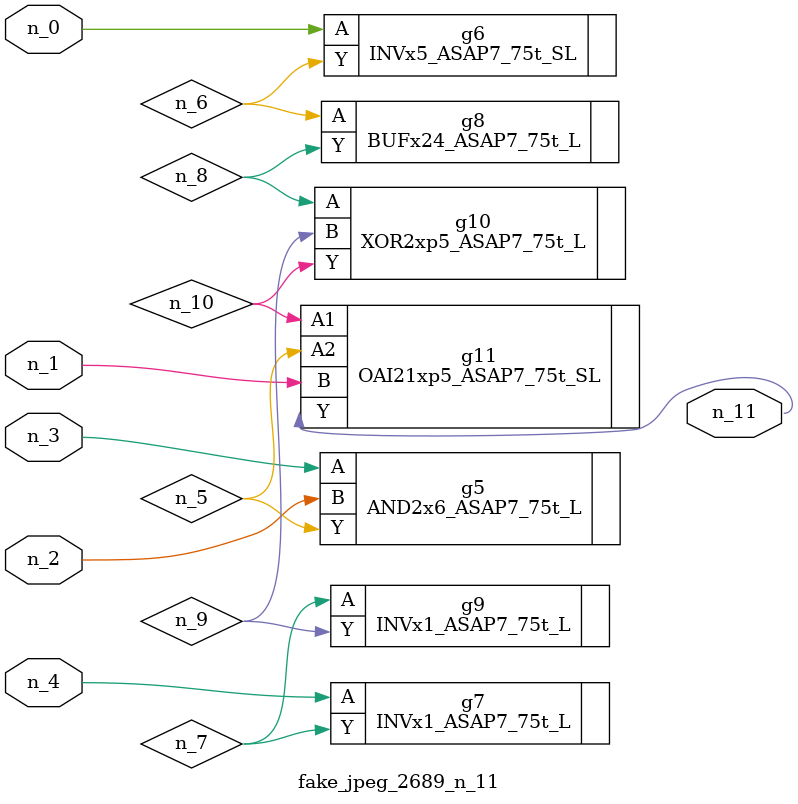
<source format=v>
module fake_jpeg_2689_n_11 (n_3, n_2, n_1, n_0, n_4, n_11);

input n_3;
input n_2;
input n_1;
input n_0;
input n_4;

output n_11;

wire n_10;
wire n_8;
wire n_9;
wire n_6;
wire n_5;
wire n_7;

AND2x6_ASAP7_75t_L g5 ( 
.A(n_3),
.B(n_2),
.Y(n_5)
);

INVx5_ASAP7_75t_SL g6 ( 
.A(n_0),
.Y(n_6)
);

INVx1_ASAP7_75t_L g7 ( 
.A(n_4),
.Y(n_7)
);

BUFx24_ASAP7_75t_L g8 ( 
.A(n_6),
.Y(n_8)
);

XOR2xp5_ASAP7_75t_L g10 ( 
.A(n_8),
.B(n_9),
.Y(n_10)
);

INVx1_ASAP7_75t_L g9 ( 
.A(n_7),
.Y(n_9)
);

OAI21xp5_ASAP7_75t_SL g11 ( 
.A1(n_10),
.A2(n_5),
.B(n_1),
.Y(n_11)
);


endmodule
</source>
